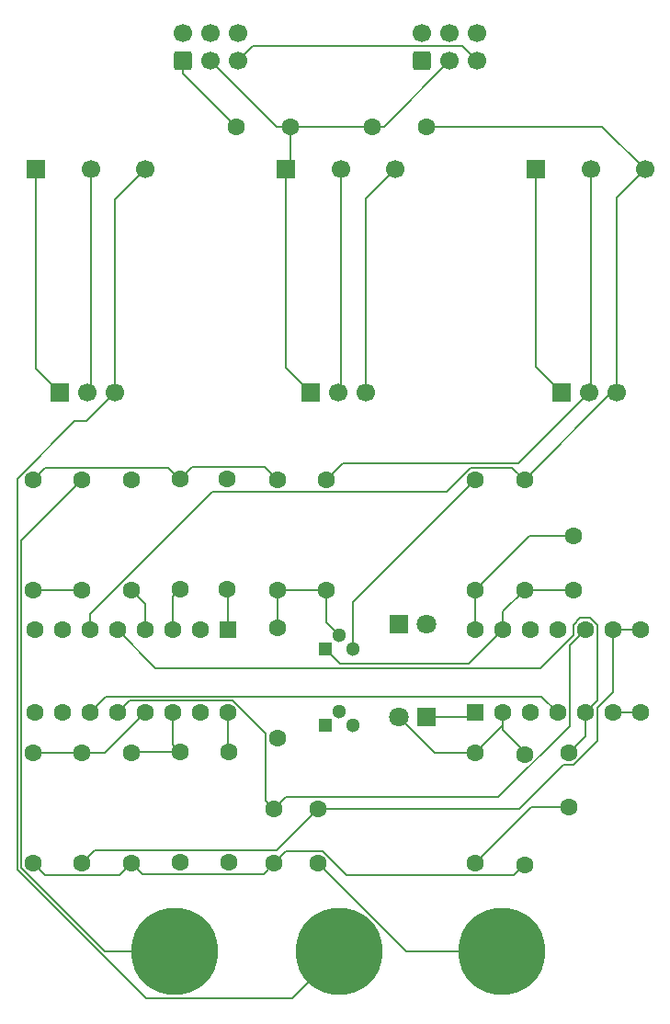
<source format=gbr>
%TF.GenerationSoftware,KiCad,Pcbnew,9.0.6*%
%TF.CreationDate,2025-12-28T20:27:14+11:00*%
%TF.ProjectId,low-pass-filter,6c6f772d-7061-4737-932d-66696c746572,rev?*%
%TF.SameCoordinates,Original*%
%TF.FileFunction,Copper,L1,Top*%
%TF.FilePolarity,Positive*%
%FSLAX46Y46*%
G04 Gerber Fmt 4.6, Leading zero omitted, Abs format (unit mm)*
G04 Created by KiCad (PCBNEW 9.0.6) date 2025-12-28 20:27:14*
%MOMM*%
%LPD*%
G01*
G04 APERTURE LIST*
G04 Aperture macros list*
%AMRoundRect*
0 Rectangle with rounded corners*
0 $1 Rounding radius*
0 $2 $3 $4 $5 $6 $7 $8 $9 X,Y pos of 4 corners*
0 Add a 4 corners polygon primitive as box body*
4,1,4,$2,$3,$4,$5,$6,$7,$8,$9,$2,$3,0*
0 Add four circle primitives for the rounded corners*
1,1,$1+$1,$2,$3*
1,1,$1+$1,$4,$5*
1,1,$1+$1,$6,$7*
1,1,$1+$1,$8,$9*
0 Add four rect primitives between the rounded corners*
20,1,$1+$1,$2,$3,$4,$5,0*
20,1,$1+$1,$4,$5,$6,$7,0*
20,1,$1+$1,$6,$7,$8,$9,0*
20,1,$1+$1,$8,$9,$2,$3,0*%
G04 Aperture macros list end*
%TA.AperFunction,ComponentPad*%
%ADD10C,8.000000*%
%TD*%
%TA.AperFunction,ComponentPad*%
%ADD11C,1.600000*%
%TD*%
%TA.AperFunction,ComponentPad*%
%ADD12RoundRect,0.250000X0.600000X-0.600000X0.600000X0.600000X-0.600000X0.600000X-0.600000X-0.600000X0*%
%TD*%
%TA.AperFunction,ComponentPad*%
%ADD13C,1.700000*%
%TD*%
%TA.AperFunction,ComponentPad*%
%ADD14R,1.700000X1.700000*%
%TD*%
%TA.AperFunction,ComponentPad*%
%ADD15R,1.300000X1.300000*%
%TD*%
%TA.AperFunction,ComponentPad*%
%ADD16C,1.300000*%
%TD*%
%TA.AperFunction,ComponentPad*%
%ADD17R,1.800000X1.800000*%
%TD*%
%TA.AperFunction,ComponentPad*%
%ADD18C,1.800000*%
%TD*%
%TA.AperFunction,ComponentPad*%
%ADD19RoundRect,0.250000X0.550000X-0.550000X0.550000X0.550000X-0.550000X0.550000X-0.550000X-0.550000X0*%
%TD*%
%TA.AperFunction,ComponentPad*%
%ADD20RoundRect,0.250000X-0.550000X0.550000X-0.550000X-0.550000X0.550000X-0.550000X0.550000X0.550000X0*%
%TD*%
%TA.AperFunction,Conductor*%
%ADD21C,0.200000*%
%TD*%
G04 APERTURE END LIST*
D10*
%TO.P,J7,1,Pin_1*%
%TO.N,Net-(J7-Pin_1)*%
X66300001Y-133524938D03*
%TD*%
D11*
%TO.P,R15,1*%
%TO.N,GND*%
X75810001Y-90030000D03*
%TO.P,R15,2*%
%TO.N,Net-(Q1-B)*%
X75810001Y-100190000D03*
%TD*%
%TO.P,R16,2*%
%TO.N,Net-(J9-Pin_2)*%
X80310001Y-90030000D03*
%TO.P,R16,1*%
%TO.N,Net-(Q1-B)*%
X80310001Y-100190000D03*
%TD*%
%TO.P,C6,1*%
%TO.N,GND*%
X75500001Y-125380000D03*
%TO.P,C6,2*%
%TO.N,Net-(U2C-+)*%
X75500001Y-120380000D03*
%TD*%
%TO.P,C5,1*%
%TO.N,Net-(C5-Pad1)*%
X103040001Y-95189043D03*
%TO.P,C5,2*%
%TO.N,Net-(Q1-C)*%
X103040001Y-100189043D03*
%TD*%
%TO.P,C3,1*%
%TO.N,Net-(D1-A)*%
X102615001Y-120189043D03*
%TO.P,C3,2*%
%TO.N,Net-(U2B-+)*%
X102615001Y-115189043D03*
%TD*%
%TO.P,C2,1*%
%TO.N,GND*%
X77000001Y-57566085D03*
%TO.P,C2,2*%
%TO.N,12V*%
X72000001Y-57566085D03*
%TD*%
%TO.P,C1,1*%
%TO.N,-12V*%
X89500001Y-57500000D03*
%TO.P,C1,2*%
%TO.N,GND*%
X84500001Y-57500000D03*
%TD*%
%TO.P,C4,1*%
%TO.N,Net-(U2C--)*%
X79500001Y-120380000D03*
%TO.P,C4,2*%
%TO.N,Net-(J5-Pin_1)*%
X79500001Y-125380000D03*
%TD*%
%TO.P,R8,1*%
%TO.N,Net-(U2B--)*%
X66810001Y-125270000D03*
%TO.P,R8,2*%
%TO.N,Net-(U1A-+)*%
X66810001Y-115110000D03*
%TD*%
%TO.P,R7,1*%
%TO.N,Net-(Q2-C)*%
X71182766Y-89957451D03*
%TO.P,R7,2*%
%TO.N,Net-(R7-Pad2)*%
X71182766Y-100117451D03*
%TD*%
D12*
%TO.P,J2,1,Pin_1*%
%TO.N,12V*%
X89115001Y-51435000D03*
D13*
%TO.P,J2,2,Pin_2*%
%TO.N,-12V*%
X89115001Y-48895000D03*
%TO.P,J2,3,Pin_3*%
%TO.N,GND*%
X91655001Y-51435000D03*
%TO.P,J2,4,Pin_4*%
X91655001Y-48895000D03*
%TO.P,J2,5,Pin_5*%
%TO.N,5V*%
X94195001Y-51435000D03*
%TO.P,J2,6,Pin_6*%
%TO.N,unconnected-(J2-Pin_6-Pad6)*%
X94195001Y-48895000D03*
%TD*%
D14*
%TO.P,RV2,1,1*%
%TO.N,GND*%
X78860001Y-82000000D03*
D13*
%TO.P,RV2,2,2*%
%TO.N,Net-(J6-Pin_2)*%
X81400001Y-82000000D03*
%TO.P,RV2,3,3*%
%TO.N,Net-(J5-Pin_1)*%
X83940001Y-82000000D03*
%TD*%
D11*
%TO.P,R3,1*%
%TO.N,Net-(U1C--)*%
X53310001Y-100190000D03*
%TO.P,R3,2*%
%TO.N,GND*%
X53310001Y-90030000D03*
%TD*%
D14*
%TO.P,J9,1,Pin_1*%
%TO.N,12V*%
X99575001Y-61435000D03*
D13*
%TO.P,J9,2,Pin_2*%
%TO.N,Net-(J9-Pin_2)*%
X104655001Y-61435000D03*
%TO.P,J9,3,Pin_3*%
%TO.N,-12V*%
X109655001Y-61435000D03*
%TD*%
D15*
%TO.P,Q1,1,C*%
%TO.N,Net-(Q1-C)*%
X80230001Y-105650000D03*
D16*
%TO.P,Q1,2,B*%
%TO.N,Net-(Q1-B)*%
X81500001Y-104380000D03*
%TO.P,Q1,3,E*%
%TO.N,Net-(Q1-E)*%
X82770001Y-105650000D03*
%TD*%
D10*
%TO.P,J5,1,Pin_1*%
%TO.N,Net-(J5-Pin_1)*%
X96500001Y-133524938D03*
%TD*%
D11*
%TO.P,R10,1*%
%TO.N,Net-(U1A--)*%
X57810001Y-115190000D03*
%TO.P,R10,2*%
%TO.N,Net-(U2C--)*%
X57810001Y-125350000D03*
%TD*%
D17*
%TO.P,D1,1,K*%
%TO.N,Net-(D1-K)*%
X86960001Y-103380000D03*
D18*
%TO.P,D1,2,A*%
%TO.N,Net-(D1-A)*%
X89500001Y-103380000D03*
%TD*%
D11*
%TO.P,R6,1*%
%TO.N,Net-(D1-A)*%
X94040001Y-125349043D03*
%TO.P,R6,2*%
%TO.N,Net-(D1-K)*%
X94040001Y-115189043D03*
%TD*%
%TO.P,R4,1*%
%TO.N,Net-(D1-K)*%
X98540001Y-115340000D03*
%TO.P,R4,2*%
%TO.N,GND*%
X98540001Y-125500000D03*
%TD*%
D17*
%TO.P,D2,1,K*%
%TO.N,Net-(D1-A)*%
X89500001Y-111880000D03*
D18*
%TO.P,D2,2,A*%
%TO.N,Net-(D1-K)*%
X86960001Y-111880000D03*
%TD*%
D11*
%TO.P,R17,1*%
%TO.N,Net-(J3-Pin_2)*%
X75810001Y-113850000D03*
%TO.P,R17,2*%
%TO.N,Net-(Q1-B)*%
X75810001Y-103690000D03*
%TD*%
D19*
%TO.P,U2,1*%
%TO.N,Net-(D1-A)*%
X94000001Y-111500000D03*
D11*
%TO.P,U2,2,-*%
%TO.N,Net-(D1-K)*%
X96540001Y-111500000D03*
%TO.P,U2,3,+*%
%TO.N,Net-(J6-Pin_2)*%
X99080001Y-111500000D03*
%TO.P,U2,4,V+*%
%TO.N,12V*%
X101620001Y-111500000D03*
%TO.P,U2,5,+*%
%TO.N,Net-(U2B-+)*%
X104160001Y-111500000D03*
%TO.P,U2,6,-*%
%TO.N,Net-(U2B--)*%
X106700001Y-111500000D03*
%TO.P,U2,7*%
X109240001Y-111500000D03*
%TO.P,U2,8*%
%TO.N,Net-(U2C--)*%
X109240001Y-103880000D03*
%TO.P,U2,9,-*%
X106700001Y-103880000D03*
%TO.P,U2,10,+*%
%TO.N,Net-(U2C-+)*%
X104160001Y-103880000D03*
%TO.P,U2,11,V-*%
%TO.N,-12V*%
X101620001Y-103880000D03*
%TO.P,U2,12,+*%
%TO.N,GND*%
X99080001Y-103880000D03*
%TO.P,U2,13,-*%
%TO.N,Net-(Q1-C)*%
X96540001Y-103880000D03*
%TO.P,U2,14*%
%TO.N,Net-(C5-Pad1)*%
X94000001Y-103880000D03*
%TD*%
%TO.P,R11,1*%
%TO.N,Net-(U1A--)*%
X53310001Y-115190000D03*
%TO.P,R11,2*%
%TO.N,GND*%
X53310001Y-125350000D03*
%TD*%
%TO.P,R14,1*%
%TO.N,Net-(Q1-C)*%
X98540001Y-100189043D03*
%TO.P,R14,2*%
%TO.N,-12V*%
X98540001Y-90029043D03*
%TD*%
%TO.P,R12,1*%
%TO.N,Net-(Q2-C)*%
X71310001Y-125270000D03*
%TO.P,R12,2*%
%TO.N,Net-(R12-Pad2)*%
X71310001Y-115110000D03*
%TD*%
D14*
%TO.P,RV1,1,1*%
%TO.N,GND*%
X55760001Y-82000000D03*
D13*
%TO.P,RV1,2,2*%
%TO.N,Net-(J3-Pin_2)*%
X58300001Y-82000000D03*
%TO.P,RV1,3,3*%
%TO.N,Net-(J3-Pin_3)*%
X60840001Y-82000000D03*
%TD*%
D11*
%TO.P,R1,1*%
%TO.N,Net-(U2B--)*%
X62310001Y-90030000D03*
%TO.P,R1,2*%
%TO.N,Net-(U1C--)*%
X62310001Y-100190000D03*
%TD*%
D14*
%TO.P,RV3,1,1*%
%TO.N,12V*%
X101960001Y-82000000D03*
D13*
%TO.P,RV3,2,2*%
%TO.N,Net-(J9-Pin_2)*%
X104500001Y-82000000D03*
%TO.P,RV3,3,3*%
%TO.N,-12V*%
X107040001Y-82000000D03*
%TD*%
D20*
%TO.P,U1,1*%
%TO.N,Net-(R7-Pad2)*%
X71200001Y-103880000D03*
D11*
%TO.P,U1,2,DIODE_BIAS*%
%TO.N,unconnected-(U1C-DIODE_BIAS-Pad2)*%
X68660001Y-103880000D03*
%TO.P,U1,3,+*%
%TO.N,Net-(U1C-+)*%
X66120001Y-103880000D03*
%TO.P,U1,4,-*%
%TO.N,Net-(U1C--)*%
X63580001Y-103880000D03*
%TO.P,U1,5*%
%TO.N,Net-(U2B-+)*%
X61040001Y-103880000D03*
%TO.P,U1,6,V-*%
%TO.N,-12V*%
X58500001Y-103880000D03*
%TO.P,U1,7*%
%TO.N,unconnected-(U1-Pad7)*%
X55960001Y-103880000D03*
%TO.P,U1,8*%
%TO.N,unconnected-(U1-Pad8)*%
X53420001Y-103880000D03*
%TO.P,U1,9*%
%TO.N,unconnected-(U1-Pad9)*%
X53420001Y-111500000D03*
%TO.P,U1,10*%
%TO.N,unconnected-(U1-Pad10)*%
X55960001Y-111500000D03*
%TO.P,U1,11,V+*%
%TO.N,12V*%
X58500001Y-111500000D03*
%TO.P,U1,12*%
%TO.N,Net-(U2C-+)*%
X61040001Y-111500000D03*
%TO.P,U1,13,-*%
%TO.N,Net-(U1A--)*%
X63580001Y-111500000D03*
%TO.P,U1,14,+*%
%TO.N,Net-(U1A-+)*%
X66120001Y-111500000D03*
%TO.P,U1,15,DIODE_BIAS*%
%TO.N,unconnected-(U1A-DIODE_BIAS-Pad15)*%
X68660001Y-111500000D03*
%TO.P,U1,16*%
%TO.N,Net-(R12-Pad2)*%
X71200001Y-111500000D03*
%TD*%
%TO.P,R5,1*%
%TO.N,GND*%
X66810001Y-89977277D03*
%TO.P,R5,2*%
%TO.N,Net-(U1C-+)*%
X66810001Y-100137277D03*
%TD*%
%TO.P,R13,1*%
%TO.N,Net-(Q1-E)*%
X94040001Y-90029043D03*
%TO.P,R13,2*%
%TO.N,Net-(C5-Pad1)*%
X94040001Y-100189043D03*
%TD*%
D14*
%TO.P,J3,1,Pin_1*%
%TO.N,GND*%
X53575001Y-61435000D03*
D13*
%TO.P,J3,2,Pin_2*%
%TO.N,Net-(J3-Pin_2)*%
X58655001Y-61435000D03*
%TO.P,J3,3,Pin_3*%
%TO.N,Net-(J3-Pin_3)*%
X63655001Y-61435000D03*
%TD*%
D12*
%TO.P,J1,1,Pin_1*%
%TO.N,12V*%
X67075001Y-51435000D03*
D13*
%TO.P,J1,2,Pin_2*%
%TO.N,-12V*%
X67075001Y-48895000D03*
%TO.P,J1,3,Pin_3*%
%TO.N,GND*%
X69615001Y-51435000D03*
%TO.P,J1,4,Pin_4*%
X69615001Y-48895000D03*
%TO.P,J1,5,Pin_5*%
%TO.N,5V*%
X72155001Y-51435000D03*
%TO.P,J1,6,Pin_6*%
%TO.N,unconnected-(J1-Pin_6-Pad6)*%
X72155001Y-48895000D03*
%TD*%
D11*
%TO.P,R9,1*%
%TO.N,Net-(U1A-+)*%
X62310001Y-115190000D03*
%TO.P,R9,2*%
%TO.N,GND*%
X62310001Y-125350000D03*
%TD*%
D15*
%TO.P,Q2,1,C*%
%TO.N,Net-(Q2-C)*%
X80230001Y-112650000D03*
D16*
%TO.P,Q2,2,B*%
%TO.N,GND*%
X81500001Y-111380000D03*
%TO.P,Q2,3,E*%
%TO.N,Net-(Q1-E)*%
X82770001Y-112650000D03*
%TD*%
D14*
%TO.P,J6,1,Pin_1*%
%TO.N,GND*%
X76575001Y-61435000D03*
D13*
%TO.P,J6,2,Pin_2*%
%TO.N,Net-(J6-Pin_2)*%
X81655001Y-61435000D03*
%TO.P,J6,3,Pin_3*%
%TO.N,Net-(J5-Pin_1)*%
X86655001Y-61435000D03*
%TD*%
D10*
%TO.P,J4,1,Pin_1*%
%TO.N,Net-(J3-Pin_3)*%
X81500001Y-133524938D03*
%TD*%
D11*
%TO.P,R2,1*%
%TO.N,Net-(U1C--)*%
X57810001Y-100190000D03*
%TO.P,R2,2*%
%TO.N,Net-(J7-Pin_1)*%
X57810001Y-90030000D03*
%TD*%
D21*
%TO.N,12V*%
X67075001Y-51435000D02*
X67075001Y-52641085D01*
X67075001Y-52641085D02*
X72000001Y-57566085D01*
%TO.N,GND*%
X69615001Y-51435000D02*
X75746086Y-57566085D01*
X75746086Y-57566085D02*
X77000001Y-57566085D01*
X77000001Y-57566085D02*
X77000001Y-61010000D01*
X77000001Y-61010000D02*
X76575001Y-61435000D01*
%TO.N,-12V*%
X89500001Y-57500000D02*
X105720001Y-57500000D01*
X105720001Y-57500000D02*
X109655001Y-61435000D01*
%TO.N,GND*%
X84500001Y-57500000D02*
X77066086Y-57500000D01*
X77066086Y-57500000D02*
X77000001Y-57566085D01*
X91655001Y-51435000D02*
X85590001Y-57500000D01*
X85590001Y-57500000D02*
X84500001Y-57500000D01*
%TO.N,5V*%
X72155001Y-51435000D02*
X73544001Y-50046000D01*
X73544001Y-50046000D02*
X92806001Y-50046000D01*
X92806001Y-50046000D02*
X94195001Y-51435000D01*
%TO.N,Net-(J3-Pin_3)*%
X60840001Y-82000000D02*
X58180001Y-84660000D01*
X58180001Y-84660000D02*
X57122951Y-84660000D01*
X57122951Y-84660000D02*
X51808001Y-89974950D01*
X51808001Y-89974950D02*
X51808001Y-125972150D01*
X51808001Y-125972150D02*
X63661789Y-137825938D01*
X63661789Y-137825938D02*
X77199001Y-137825938D01*
X77199001Y-137825938D02*
X81500001Y-133524938D01*
%TO.N,Net-(J7-Pin_1)*%
X57810001Y-90030000D02*
X52209001Y-95631000D01*
X52209001Y-95631000D02*
X52209001Y-125806050D01*
X52209001Y-125806050D02*
X59927889Y-133524938D01*
X59927889Y-133524938D02*
X66300001Y-133524938D01*
%TO.N,GND*%
X98540001Y-125500000D02*
X97589958Y-126450043D01*
X79956051Y-124279000D02*
X76601001Y-124279000D01*
X97589958Y-126450043D02*
X82127094Y-126450043D01*
X82127094Y-126450043D02*
X79956051Y-124279000D01*
X76601001Y-124279000D02*
X75500001Y-125380000D01*
%TO.N,Net-(J5-Pin_1)*%
X96500001Y-133524938D02*
X87644939Y-133524938D01*
X87644939Y-133524938D02*
X79500001Y-125380000D01*
%TO.N,Net-(U2C-+)*%
X104160001Y-103880000D02*
X102721001Y-105319000D01*
X102721001Y-105319000D02*
X102721001Y-112716050D01*
X102721001Y-112716050D02*
X96158051Y-119279000D01*
X96158051Y-119279000D02*
X76601001Y-119279000D01*
X76601001Y-119279000D02*
X75500001Y-120380000D01*
%TO.N,Net-(J9-Pin_2)*%
X104500001Y-82000000D02*
X97972958Y-88527043D01*
X97972958Y-88527043D02*
X81812958Y-88527043D01*
X81812958Y-88527043D02*
X80310001Y-90030000D01*
%TO.N,-12V*%
X107040001Y-82000000D02*
X106569044Y-82000000D01*
X106569044Y-82000000D02*
X98540001Y-90029043D01*
%TO.N,12V*%
X101620001Y-111500000D02*
X100118001Y-109998000D01*
X100118001Y-109998000D02*
X60002001Y-109998000D01*
X60002001Y-109998000D02*
X58500001Y-111500000D01*
%TO.N,Net-(U2B--)*%
X106700001Y-111500000D02*
X109240001Y-111500000D01*
%TO.N,Net-(D1-A)*%
X89500001Y-111880000D02*
X93620001Y-111880000D01*
X93620001Y-111880000D02*
X94000001Y-111500000D01*
%TO.N,Net-(D1-K)*%
X86960001Y-111880000D02*
X90269044Y-115189043D01*
X90269044Y-115189043D02*
X94040001Y-115189043D01*
%TO.N,Net-(U2C--)*%
X79500001Y-120380000D02*
X98068994Y-120380000D01*
X103071051Y-116290043D02*
X105261001Y-114100093D01*
X98068994Y-120380000D02*
X102158951Y-116290043D01*
X102158951Y-116290043D02*
X103071051Y-116290043D01*
X105261001Y-114100093D02*
X105261001Y-111043950D01*
X105261001Y-111043950D02*
X106700001Y-109604950D01*
X106700001Y-109604950D02*
X106700001Y-103880000D01*
%TO.N,Net-(U2B-+)*%
X61040001Y-103880000D02*
X64561001Y-107401000D01*
X104616051Y-102779000D02*
X105261001Y-103423950D01*
X64561001Y-107401000D02*
X99994051Y-107401000D01*
X99994051Y-107401000D02*
X103059001Y-104336050D01*
X105261001Y-110399000D02*
X104160001Y-111500000D01*
X103059001Y-104336050D02*
X103059001Y-103423950D01*
X103059001Y-103423950D02*
X103703951Y-102779000D01*
X103703951Y-102779000D02*
X104616051Y-102779000D01*
X105261001Y-103423950D02*
X105261001Y-110399000D01*
%TO.N,-12V*%
X58500001Y-103880000D02*
X58500001Y-102442950D01*
X69811951Y-91131000D02*
X91380994Y-91131000D01*
X58500001Y-102442950D02*
X69811951Y-91131000D01*
X91380994Y-91131000D02*
X93583951Y-88928043D01*
X93583951Y-88928043D02*
X97439001Y-88928043D01*
X97439001Y-88928043D02*
X98540001Y-90029043D01*
%TO.N,Net-(Q1-E)*%
X82770001Y-105650000D02*
X82770001Y-101299043D01*
X82770001Y-101299043D02*
X94040001Y-90029043D01*
%TO.N,Net-(Q1-C)*%
X80230001Y-105650000D02*
X81580001Y-107000000D01*
X81580001Y-107000000D02*
X93420001Y-107000000D01*
X93420001Y-107000000D02*
X96540001Y-103880000D01*
%TO.N,Net-(D1-A)*%
X94040001Y-125349043D02*
X99200001Y-120189043D01*
X99200001Y-120189043D02*
X102615001Y-120189043D01*
%TO.N,GND*%
X66810001Y-89977277D02*
X67930827Y-88856451D01*
X67930827Y-88856451D02*
X74636452Y-88856451D01*
X74636452Y-88856451D02*
X75810001Y-90030000D01*
%TO.N,Net-(Q1-B)*%
X80310001Y-100190000D02*
X80310001Y-103190000D01*
X80310001Y-103190000D02*
X81500001Y-104380000D01*
%TO.N,Net-(U2C-+)*%
X61040001Y-111500000D02*
X62141001Y-110399000D01*
X62141001Y-110399000D02*
X71656051Y-110399000D01*
X71656051Y-110399000D02*
X74709001Y-113451950D01*
X74709001Y-113451950D02*
X74709001Y-119589000D01*
X74709001Y-119589000D02*
X75500001Y-120380000D01*
%TO.N,GND*%
X53310001Y-125350000D02*
X54411001Y-126451000D01*
X54411001Y-126451000D02*
X61209001Y-126451000D01*
X61209001Y-126451000D02*
X62310001Y-125350000D01*
%TO.N,Net-(U2C--)*%
X57810001Y-125350000D02*
X58991001Y-124169000D01*
X58991001Y-124169000D02*
X75711001Y-124169000D01*
X75711001Y-124169000D02*
X79500001Y-120380000D01*
%TO.N,GND*%
X62310001Y-125350000D02*
X63331001Y-126371000D01*
X63331001Y-126371000D02*
X74509001Y-126371000D01*
X74509001Y-126371000D02*
X75500001Y-125380000D01*
%TO.N,-12V*%
X109655001Y-61435000D02*
X107040001Y-64050000D01*
X107040001Y-64050000D02*
X107040001Y-82000000D01*
%TO.N,Net-(J9-Pin_2)*%
X104655001Y-61435000D02*
X104655001Y-81845000D01*
X104655001Y-81845000D02*
X104500001Y-82000000D01*
%TO.N,12V*%
X99575001Y-61435000D02*
X99575001Y-79615000D01*
X99575001Y-79615000D02*
X101960001Y-82000000D01*
%TO.N,Net-(J5-Pin_1)*%
X86655001Y-61435000D02*
X83940001Y-64150000D01*
X83940001Y-64150000D02*
X83940001Y-82000000D01*
%TO.N,Net-(J6-Pin_2)*%
X81655001Y-61435000D02*
X81655001Y-81745000D01*
X81655001Y-81745000D02*
X81400001Y-82000000D01*
%TO.N,GND*%
X76575001Y-61435000D02*
X76575001Y-79715000D01*
X76575001Y-79715000D02*
X78860001Y-82000000D01*
%TO.N,Net-(J3-Pin_3)*%
X63655001Y-61435000D02*
X60840001Y-64250000D01*
X60840001Y-64250000D02*
X60840001Y-82000000D01*
%TO.N,Net-(J3-Pin_2)*%
X58655001Y-61435000D02*
X58655001Y-81645000D01*
X58655001Y-81645000D02*
X58300001Y-82000000D01*
%TO.N,GND*%
X53575001Y-61435000D02*
X53575001Y-79815000D01*
X53575001Y-79815000D02*
X55760001Y-82000000D01*
%TO.N,Net-(D1-K)*%
X98540001Y-115109043D02*
X96540001Y-113109043D01*
X96540001Y-113109043D02*
X96540001Y-112689043D01*
X96540001Y-111500000D02*
X96540001Y-112689043D01*
X96540001Y-112689043D02*
X94040001Y-115189043D01*
%TO.N,Net-(U2B-+)*%
X104160001Y-111500000D02*
X104160001Y-113644043D01*
X104160001Y-113644043D02*
X102615001Y-115189043D01*
%TO.N,Net-(U2C--)*%
X106700001Y-103880000D02*
X109240001Y-103880000D01*
%TO.N,Net-(Q1-C)*%
X98540001Y-100189043D02*
X103040001Y-100189043D01*
%TO.N,Net-(C5-Pad1)*%
X94040001Y-100189043D02*
X99040001Y-95189043D01*
X99040001Y-95189043D02*
X103040001Y-95189043D01*
%TO.N,Net-(Q1-C)*%
X96540001Y-103880000D02*
X96540001Y-102189043D01*
X96540001Y-102189043D02*
X98540001Y-100189043D01*
%TO.N,Net-(C5-Pad1)*%
X94000001Y-103880000D02*
X94000001Y-100229043D01*
X94000001Y-100229043D02*
X94040001Y-100189043D01*
%TO.N,Net-(Q1-B)*%
X75810001Y-100190000D02*
X75810001Y-103690000D01*
X75810001Y-100190000D02*
X80310001Y-100190000D01*
%TO.N,Net-(U1A--)*%
X57810001Y-115190000D02*
X59890001Y-115190000D01*
X59890001Y-115190000D02*
X63580001Y-111500000D01*
X53310001Y-115190000D02*
X57810001Y-115190000D01*
%TO.N,Net-(U1A-+)*%
X66810001Y-115110000D02*
X62390001Y-115110000D01*
X62390001Y-115110000D02*
X62310001Y-115190000D01*
X66120001Y-111500000D02*
X66120001Y-114420000D01*
X66120001Y-114420000D02*
X66810001Y-115110000D01*
%TO.N,Net-(R12-Pad2)*%
X71200001Y-111500000D02*
X71200001Y-115000000D01*
X71200001Y-115000000D02*
X71310001Y-115110000D01*
%TO.N,GND*%
X53310001Y-90030000D02*
X54411001Y-88929000D01*
X54411001Y-88929000D02*
X65761724Y-88929000D01*
X65761724Y-88929000D02*
X66810001Y-89977277D01*
%TO.N,Net-(U1C--)*%
X53310001Y-100190000D02*
X57810001Y-100190000D01*
X63580001Y-103880000D02*
X63580001Y-101460000D01*
X63580001Y-101460000D02*
X62310001Y-100190000D01*
%TO.N,Net-(U1C-+)*%
X66120001Y-103880000D02*
X66120001Y-100827277D01*
X66120001Y-100827277D02*
X66810001Y-100137277D01*
%TO.N,Net-(R7-Pad2)*%
X71200001Y-103880000D02*
X71200001Y-100134686D01*
X71200001Y-100134686D02*
X71182766Y-100117451D01*
%TD*%
M02*

</source>
